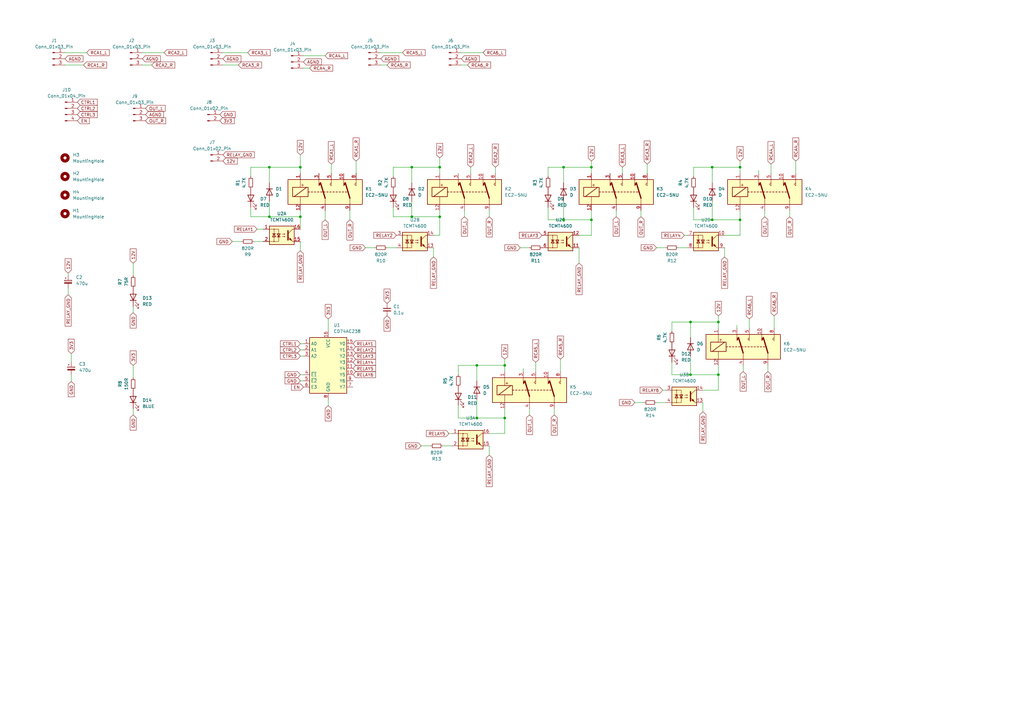
<source format=kicad_sch>
(kicad_sch (version 20231120) (generator "eeschema") (generator_version "8.0")
  (paper "A3")
  (lib_symbols
    (symbol "74xx:CD74AC238"
      (property "Reference" "U" (at -7.62 13.97 0))
      (property "Value" "CD74AC238" (at 2.54 -11.43 0))
      (symbol "CD74AC238_1_1"
        (pin input line (at -10.16 10.16 0) (length 2.54) (name "A0") (number "1"))
        (pin output line (at 10.16 -2.54 180) (length 2.54) (name "Y5") (number "10"))
        (pin output line (at 10.16 0 180) (length 2.54) (name "Y4") (number "11"))
        (pin output line (at 10.16 2.54 180) (length 2.54) (name "Y3") (number "12"))
        (pin output line (at 10.16 5.08 180) (length 2.54) (name "Y2") (number "13"))
        (pin output line (at 10.16 7.62 180) (length 2.54) (name "Y1") (number "14"))
        (pin output line (at 10.16 10.16 180) (length 2.54) (name "Y0") (number "15"))
        (pin power_in line (at 0 15.24 270) (length 2.54) (name "VCC") (number "16"))
        (pin input line (at -10.16 7.62 0) (length 2.54) (name "A1") (number "2"))
        (pin input line (at -10.16 5.08 0) (length 2.54) (name "A2") (number "3"))
        (pin input line (at -10.16 -2.54 0) (length 2.54) (name "~{E1}") (number "4"))
        (pin input line (at -10.16 -5.08 0) (length 2.54) (name "~{E2}") (number "5"))
        (pin input line (at -10.16 -7.62 0) (length 2.54) (name "E3") (number "6"))
        (pin output line (at 10.16 -7.62 180) (length 2.54) (name "Y7") (number "7"))
        (pin power_in line (at 0 -12.7 90) (length 2.54) (name "GND") (number "8"))
        (pin output line (at 10.16 -5.08 180) (length 2.54) (name "Y6") (number "9"))
      )
    )
    (symbol "Connector:Conn_01x02_Pin" (pin_names (offset 1.016) hide)
      (property "Reference" "J" (at 0 2.54 0))
      (property "Value" "Conn_01x02_Pin" (at 0 -5.08 0))
      (symbol "Conn_01x02_Pin_1_1"
        (pin passive line (at 5.08 0 180) (length 3.81) (name "Pin_1") (number "1"))
        (pin passive line (at 5.08 -2.54 180) (length 3.81) (name "Pin_2") (number "2"))
      )
    )
    (symbol "Connector:Conn_01x03_Pin" (pin_names (offset 1.016) hide)
      (property "Reference" "J" (at 0 5.08 0))
      (property "Value" "Conn_01x03_Pin" (at 0 -5.08 0))
      (symbol "Conn_01x03_Pin_1_1"
        (pin passive line (at 5.08 2.54 180) (length 3.81) (name "Pin_1") (number "1"))
        (pin passive line (at 5.08 0 180) (length 3.81) (name "Pin_2") (number "2"))
        (pin passive line (at 5.08 -2.54 180) (length 3.81) (name "Pin_3") (number "3"))
      )
    )
    (symbol "Connector:Conn_01x04_Pin" (pin_names (offset 1.016) hide)
      (property "Reference" "J" (at 0 5.08 0))
      (property "Value" "Conn_01x04_Pin" (at 0 -7.62 0))
      (symbol "Conn_01x04_Pin_1_1"
        (pin passive line (at 5.08 2.54 180) (length 3.81) (name "Pin_1") (number "1"))
        (pin passive line (at 5.08 0 180) (length 3.81) (name "Pin_2") (number "2"))
        (pin passive line (at 5.08 -2.54 180) (length 3.81) (name "Pin_3") (number "3"))
        (pin passive line (at 5.08 -5.08 180) (length 3.81) (name "Pin_4") (number "4"))
      )
    )
    (symbol "Device:C_Polarized_Small" (pin_numbers hide) (pin_names (offset 0.254) hide)
      (property "Reference" "C" (at 0.254 1.778 0))
      (property "Value" "C_Polarized_Small" (at 0.254 -2.032 0))
      (symbol "C_Polarized_Small_1_1"
        (pin passive line (at 0 2.54 270) (length 1.8542) (name "~") (number "1"))
        (pin passive line (at 0 -2.54 90) (length 1.8542) (name "~") (number "2"))
      )
    )
    (symbol "Device:C_Small" (pin_numbers hide) (pin_names (offset 0.254) hide)
      (property "Reference" "C" (at 0.254 1.778 0))
      (property "Value" "C_Small" (at 0.254 -2.032 0))
      (symbol "C_Small_1_1"
        (pin passive line (at 0 2.54 270) (length 2.032) (name "~") (number "1"))
        (pin passive line (at 0 -2.54 90) (length 2.032) (name "~") (number "2"))
      )
    )
    (symbol "Device:D" (pin_numbers hide) (pin_names (offset 1.016) hide)
      (property "Reference" "D" (at 0 2.54 0))
      (property "Value" "D" (at 0 -2.54 0))
      (symbol "D_1_1"
        (pin passive line (at -3.81 0 0) (length 2.54) (name "K") (number "1"))
        (pin passive line (at 3.81 0 180) (length 2.54) (name "A") (number "2"))
      )
    )
    (symbol "Device:LED" (pin_numbers hide) (pin_names (offset 1.016) hide)
      (property "Reference" "D" (at 0 2.54 0))
      (property "Value" "LED" (at 0 -2.54 0))
      (symbol "LED_1_1"
        (pin passive line (at -3.81 0 0) (length 2.54) (name "K") (number "1"))
        (pin passive line (at 3.81 0 180) (length 2.54) (name "A") (number "2"))
      )
    )
    (symbol "Device:R_Small" (pin_numbers hide) (pin_names (offset 0.254) hide)
      (property "Reference" "R" (at 0.762 0.508 0))
      (property "Value" "R_Small" (at 0.762 -1.016 0))
      (symbol "R_Small_1_1"
        (pin passive line (at 0 2.54 270) (length 0.762) (name "~") (number "1"))
        (pin passive line (at 0 -2.54 90) (length 0.762) (name "~") (number "2"))
      )
    )
    (symbol "Isolator:TCMT4600" (pin_names (offset 1.016))
      (property "Reference" "U" (at -5.08 5.08 0))
      (property "Value" "TCMT4600" (at 0 5.08 0))
      (symbol "TCMT4600_1_1"
        (pin passive line (at -7.62 2.54 0) (length 2.54) (name "~") (number "1"))
        (pin passive line (at 7.62 -2.54 180) (length 2.54) (name "~") (number "15"))
        (pin passive line (at 7.62 2.54 180) (length 2.54) (name "~") (number "16"))
        (pin passive line (at -7.62 -2.54 0) (length 2.54) (name "~") (number "2"))
      )
      (symbol "TCMT4600_2_1"
        (pin passive line (at 7.62 -2.54 180) (length 2.54) (name "~") (number "13"))
        (pin passive line (at 7.62 2.54 180) (length 2.54) (name "~") (number "14"))
        (pin passive line (at -7.62 2.54 0) (length 2.54) (name "~") (number "3"))
        (pin passive line (at -7.62 -2.54 0) (length 2.54) (name "~") (number "4"))
      )
      (symbol "TCMT4600_3_1"
        (pin passive line (at 7.62 -2.54 180) (length 2.54) (name "~") (number "11"))
        (pin passive line (at 7.62 2.54 180) (length 2.54) (name "~") (number "12"))
        (pin passive line (at -7.62 2.54 0) (length 2.54) (name "~") (number "5"))
        (pin passive line (at -7.62 -2.54 0) (length 2.54) (name "~") (number "6"))
      )
      (symbol "TCMT4600_4_1"
        (pin passive line (at 7.62 2.54 180) (length 2.54) (name "~") (number "10"))
        (pin passive line (at -7.62 2.54 0) (length 2.54) (name "~") (number "7"))
        (pin passive line (at -7.62 -2.54 0) (length 2.54) (name "~") (number "8"))
        (pin passive line (at 7.62 -2.54 180) (length 2.54) (name "~") (number "9"))
      )
    )
    (symbol "Mechanical:MountingHole" (pin_names (offset 1.016))
      (property "Reference" "H" (at 0 5.08 0))
      (property "Value" "MountingHole" (at 0 3.175 0))
    )
    (symbol "Relay:EC2-5NU"
      (property "Reference" "K" (at 15.24 8.89 0))
      (property "Value" "EC2-5NU" (at 19.05 6.35 0))
      (symbol "EC2-5NU_1_1"
        (text "+" (at -9.271 2.921 0) (effects (font (size 1.27 1.27))))
        (pin passive line (at -10.16 7.62 270) (length 2.54) (name "~") (number "1"))
        (pin passive line (at 7.62 7.62 270) (length 2.54) (name "~") (number "10"))
        (pin passive line (at -10.16 -7.62 90) (length 2.54) (name "~") (number "12"))
        (pin passive line (at -2.54 7.62 270) (length 2.54) (name "~") (number "3"))
        (pin passive line (at 0 -7.62 90) (length 2.54) (name "~") (number "4"))
        (pin passive line (at 2.54 7.62 270) (length 2.54) (name "~") (number "5"))
        (pin passive line (at 12.7 7.62 270) (length 2.54) (name "~") (number "8"))
        (pin passive line (at 10.16 -7.62 90) (length 2.54) (name "~") (number "9"))
      )
    )
  )
  (junction (at 123.19 68.58))
  (junction (at 195.58 171.45))
  (junction (at 283.21 132.08))
  (junction (at 180.34 68.58))
  (junction (at 303.53 90.17))
  (junction (at 168.91 88.9))
  (junction (at 231.14 68.58))
  (junction (at 168.91 68.58))
  (junction (at 242.57 90.17))
  (junction (at 303.53 68.58))
  (junction (at 292.1 90.17))
  (junction (at 292.1 68.58))
  (junction (at 180.34 88.9))
  (junction (at 294.64 153.67))
  (junction (at 283.21 153.67))
  (junction (at 242.57 68.58))
  (junction (at 195.58 149.86))
  (junction (at 123.19 88.9))
  (junction (at 294.64 132.08))
  (junction (at 207.01 171.45))
  (junction (at 110.49 88.9))
  (junction (at 231.14 90.17))
  (junction (at 207.01 149.86))
  (junction (at 110.49 68.58))
  (wire (pts (xy 124.46 27.94) (xy 127 27.94)))
  (wire (pts (xy 207.01 167.64) (xy 207.01 171.45)))
  (wire (pts (xy 102.87 85.09) (xy 102.87 88.9)))
  (wire (pts (xy 168.91 82.55) (xy 168.91 88.9)))
  (wire (pts (xy 123.19 146.05) (xy 124.46 146.05)))
  (wire (pts (xy 237.49 107.95) (xy 237.49 101.6)))
  (wire (pts (xy 314.96 152.4) (xy 314.96 149.86)))
  (wire (pts (xy 200.66 186.69) (xy 200.66 182.88)))
  (wire (pts (xy 217.17 170.18) (xy 217.17 167.64)))
  (wire (pts (xy 180.34 88.9) (xy 180.34 96.52)))
  (wire (pts (xy 156.21 26.67) (xy 158.75 26.67)))
  (wire (pts (xy 123.19 86.36) (xy 123.19 88.9)))
  (wire (pts (xy 110.49 82.55) (xy 110.49 88.9)))
  (wire (pts (xy 311.15 69.85) (xy 311.15 71.12)))
  (wire (pts (xy 294.64 129.54) (xy 294.64 132.08)))
  (wire (pts (xy 316.23 67.31) (xy 316.23 71.12)))
  (wire (pts (xy 195.58 171.45) (xy 207.01 171.45)))
  (wire (pts (xy 207.01 147.32) (xy 207.01 149.86)))
  (wire (pts (xy 195.58 171.45) (xy 187.96 171.45)))
  (wire (pts (xy 278.13 101.6) (xy 281.94 101.6)))
  (wire (pts (xy 303.53 68.58) (xy 303.53 71.12)))
  (wire (pts (xy 172.72 182.88) (xy 176.53 182.88)))
  (wire (pts (xy 269.24 165.1) (xy 273.05 165.1)))
  (wire (pts (xy 294.64 153.67) (xy 294.64 160.02)))
  (wire (pts (xy 229.87 147.32) (xy 229.87 152.4)))
  (wire (pts (xy 27.94 112.014) (xy 27.94 113.03)))
  (wire (pts (xy 181.61 182.88) (xy 185.42 182.88)))
  (wire (pts (xy 292.1 90.17) (xy 284.48 90.17)))
  (wire (pts (xy 214.63 151.13) (xy 214.63 152.4)))
  (wire (pts (xy 227.33 170.18) (xy 227.33 167.64)))
  (wire (pts (xy 161.29 85.09) (xy 161.29 88.9)))
  (wire (pts (xy 283.21 132.08) (xy 283.21 138.43)))
  (wire (pts (xy 149.86 101.6) (xy 153.67 101.6)))
  (wire (pts (xy 271.78 160.02) (xy 273.05 160.02)))
  (wire (pts (xy 224.79 90.17) (xy 231.14 90.17)))
  (wire (pts (xy 29.21 156.464) (xy 29.21 153.67)))
  (wire (pts (xy 54.61 170.18) (xy 54.61 167.64)))
  (wire (pts (xy 260.35 165.1) (xy 264.16 165.1)))
  (wire (pts (xy 91.44 26.67) (xy 97.79 26.67)))
  (wire (pts (xy 143.51 90.17) (xy 143.51 86.36)))
  (wire (pts (xy 195.58 149.86) (xy 187.96 149.86)))
  (wire (pts (xy 224.79 68.58) (xy 224.79 72.39)))
  (wire (pts (xy 110.49 88.9) (xy 123.19 88.9)))
  (wire (pts (xy 134.62 130.81) (xy 134.62 135.89)))
  (wire (pts (xy 123.19 102.87) (xy 123.19 99.06)))
  (wire (pts (xy 180.34 96.52) (xy 177.8 96.52)))
  (wire (pts (xy 146.05 66.04) (xy 146.05 71.12)))
  (wire (pts (xy 189.23 26.67) (xy 191.77 26.67)))
  (wire (pts (xy 58.42 21.59) (xy 67.31 21.59)))
  (wire (pts (xy 95.25 99.06) (xy 99.06 99.06)))
  (wire (pts (xy 292.1 68.58) (xy 284.48 68.58)))
  (wire (pts (xy 102.87 68.58) (xy 102.87 72.39)))
  (wire (pts (xy 123.19 63.5) (xy 123.19 68.58)))
  (wire (pts (xy 207.01 149.86) (xy 195.58 149.86)))
  (wire (pts (xy 242.57 68.58) (xy 231.14 68.58)))
  (wire (pts (xy 304.8 152.4) (xy 304.8 149.86)))
  (wire (pts (xy 303.53 96.52) (xy 297.18 96.52)))
  (wire (pts (xy 91.44 21.59) (xy 101.6 21.59)))
  (wire (pts (xy 193.04 68.58) (xy 193.04 71.12)))
  (wire (pts (xy 242.57 68.58) (xy 242.57 71.12)))
  (wire (pts (xy 123.19 88.9) (xy 123.19 93.98)))
  (wire (pts (xy 29.21 145.034) (xy 29.21 148.59)))
  (wire (pts (xy 123.19 153.67) (xy 124.46 153.67)))
  (wire (pts (xy 168.91 68.58) (xy 168.91 74.93)))
  (wire (pts (xy 135.89 67.31) (xy 135.89 71.12)))
  (wire (pts (xy 180.34 64.77) (xy 180.34 68.58)))
  (wire (pts (xy 161.29 68.58) (xy 161.29 72.39)))
  (wire (pts (xy 269.24 101.6) (xy 273.05 101.6)))
  (wire (pts (xy 283.21 153.67) (xy 294.64 153.67)))
  (wire (pts (xy 262.89 88.9) (xy 262.89 86.36)))
  (wire (pts (xy 242.57 96.52) (xy 237.49 96.52)))
  (wire (pts (xy 54.61 149.86) (xy 54.61 154.94)))
  (wire (pts (xy 292.1 82.55) (xy 292.1 90.17)))
  (wire (pts (xy 313.69 88.9) (xy 313.69 86.36)))
  (wire (pts (xy 323.85 88.9) (xy 323.85 86.36)))
  (wire (pts (xy 231.14 82.55) (xy 231.14 90.17)))
  (wire (pts (xy 200.66 88.9) (xy 200.66 86.36)))
  (wire (pts (xy 180.34 68.58) (xy 168.91 68.58)))
  (wire (pts (xy 303.53 68.58) (xy 292.1 68.58)))
  (wire (pts (xy 224.79 85.09) (xy 224.79 90.17)))
  (wire (pts (xy 110.49 68.58) (xy 123.19 68.58)))
  (wire (pts (xy 292.1 68.58) (xy 292.1 74.93)))
  (wire (pts (xy 195.58 149.86) (xy 195.58 156.21)))
  (wire (pts (xy 26.67 21.59) (xy 35.56 21.59)))
  (wire (pts (xy 207.01 171.45) (xy 207.01 177.8)))
  (wire (pts (xy 294.64 132.08) (xy 283.21 132.08)))
  (wire (pts (xy 283.21 146.05) (xy 283.21 153.67)))
  (wire (pts (xy 184.15 177.8) (xy 185.42 177.8)))
  (wire (pts (xy 326.39 66.04) (xy 326.39 71.12)))
  (wire (pts (xy 231.14 68.58) (xy 231.14 74.93)))
  (wire (pts (xy 168.91 88.9) (xy 180.34 88.9)))
  (wire (pts (xy 203.2 68.58) (xy 203.2 71.12)))
  (wire (pts (xy 158.75 101.6) (xy 162.56 101.6)))
  (wire (pts (xy 207.01 149.86) (xy 207.01 152.4)))
  (wire (pts (xy 124.46 22.86) (xy 133.35 22.86)))
  (wire (pts (xy 284.48 85.09) (xy 284.48 90.17)))
  (wire (pts (xy 307.34 130.81) (xy 307.34 134.62)))
  (wire (pts (xy 213.36 101.6) (xy 217.17 101.6)))
  (wire (pts (xy 189.23 21.59) (xy 198.12 21.59)))
  (wire (pts (xy 123.19 140.97) (xy 124.46 140.97)))
  (wire (pts (xy 110.49 68.58) (xy 102.87 68.58)))
  (wire (pts (xy 242.57 90.17) (xy 242.57 96.52)))
  (wire (pts (xy 180.34 86.36) (xy 180.34 88.9)))
  (wire (pts (xy 207.01 177.8) (xy 200.66 177.8)))
  (wire (pts (xy 123.19 143.51) (xy 124.46 143.51)))
  (wire (pts (xy 297.18 105.41) (xy 297.18 101.6)))
  (wire (pts (xy 177.8 105.41) (xy 177.8 101.6)))
  (wire (pts (xy 156.21 21.59) (xy 165.1 21.59)))
  (wire (pts (xy 255.27 68.58) (xy 255.27 71.12)))
  (wire (pts (xy 252.73 88.9) (xy 252.73 86.36)))
  (wire (pts (xy 187.96 166.37) (xy 187.96 171.45)))
  (wire (pts (xy 133.35 90.17) (xy 133.35 86.36)))
  (wire (pts (xy 275.59 148.59) (xy 275.59 153.67)))
  (wire (pts (xy 288.29 168.91) (xy 288.29 165.1)))
  (wire (pts (xy 54.61 128.27) (xy 54.61 125.73)))
  (wire (pts (xy 102.87 88.9) (xy 110.49 88.9)))
  (wire (pts (xy 231.14 68.58) (xy 224.79 68.58)))
  (wire (pts (xy 242.57 86.36) (xy 242.57 90.17)))
  (wire (pts (xy 292.1 90.17) (xy 303.53 90.17)))
  (wire (pts (xy 219.71 148.59) (xy 219.71 152.4)))
  (wire (pts (xy 302.26 133.35) (xy 302.26 134.62)))
  (wire (pts (xy 26.67 26.67) (xy 34.29 26.67)))
  (wire (pts (xy 190.5 88.9) (xy 190.5 86.36)))
  (wire (pts (xy 283.21 132.08) (xy 275.59 132.08)))
  (wire (pts (xy 58.42 26.67) (xy 62.23 26.67)))
  (wire (pts (xy 265.43 67.31) (xy 265.43 71.12)))
  (wire (pts (xy 195.58 163.83) (xy 195.58 171.45)))
  (wire (pts (xy 317.5 129.54) (xy 317.5 134.62)))
  (wire (pts (xy 280.67 96.52) (xy 281.94 96.52)))
  (wire (pts (xy 54.61 107.95) (xy 54.61 113.03)))
  (wire (pts (xy 27.94 120.904) (xy 27.94 118.11)))
  (wire (pts (xy 294.64 132.08) (xy 294.64 134.62)))
  (wire (pts (xy 168.91 68.58) (xy 161.29 68.58)))
  (wire (pts (xy 242.57 66.04) (xy 242.57 68.58)))
  (wire (pts (xy 180.34 68.58) (xy 180.34 71.12)))
  (wire (pts (xy 187.96 149.86) (xy 187.96 153.67)))
  (wire (pts (xy 104.14 99.06) (xy 107.95 99.06)))
  (wire (pts (xy 105.41 93.98) (xy 107.95 93.98)))
  (wire (pts (xy 123.19 156.21) (xy 124.46 156.21)))
  (wire (pts (xy 284.48 68.58) (xy 284.48 72.39)))
  (wire (pts (xy 303.53 66.04) (xy 303.53 68.58)))
  (wire (pts (xy 303.53 90.17) (xy 303.53 96.52)))
  (wire (pts (xy 303.53 86.36) (xy 303.53 90.17)))
  (wire (pts (xy 275.59 132.08) (xy 275.59 135.89)))
  (wire (pts (xy 123.19 68.58) (xy 123.19 71.12)))
  (wire (pts (xy 134.62 166.37) (xy 134.62 163.83)))
  (wire (pts (xy 294.64 149.86) (xy 294.64 153.67)))
  (wire (pts (xy 110.49 74.93) (xy 110.49 68.58)))
  (wire (pts (xy 283.21 153.67) (xy 275.59 153.67)))
  (wire (pts (xy 294.64 160.02) (xy 288.29 160.02)))
  (wire (pts (xy 231.14 90.17) (xy 242.57 90.17)))
  (wire (pts (xy 161.29 88.9) (xy 168.91 88.9)))
  (global_label "OUT_R" (shape input) (at 262.89 88.9 270) (property "Intersheetrefs" "${INTERSHEET_REFS}" (effects (hide yes))))
  (global_label "RELAY5" (shape input) (at 184.15 177.8 180) (property "Intersheetrefs" "${INTERSHEET_REFS}" (effects (hide yes))))
  (global_label "RCA1_L" (shape input) (at 135.89 67.31 90) (property "Intersheetrefs" "${INTERSHEET_REFS}" (effects (hide yes))))
  (global_label "GND" (shape input) (at 149.86 101.6 180) (property "Intersheetrefs" "${INTERSHEET_REFS}" (effects (hide yes))))
  (global_label "RELAY6" (shape input) (at 144.78 153.67 0) (property "Intersheetrefs" "${INTERSHEET_REFS}" (effects (hide yes))))
  (global_label "RELAY_GND" (shape input) (at 200.66 186.69 270) (property "Intersheetrefs" "${INTERSHEET_REFS}" (effects (hide yes))))
  (global_label "GND" (shape input) (at 54.61 128.27 270) (property "Intersheetrefs" "${INTERSHEET_REFS}" (effects (hide yes))))
  (global_label "3V3" (shape input) (at 134.62 130.81 90) (property "Intersheetrefs" "${INTERSHEET_REFS}" (effects (hide yes))))
  (global_label "CTRL2" (shape input) (at 123.19 143.51 180) (property "Intersheetrefs" "${INTERSHEET_REFS}" (effects (hide yes))))
  (global_label "GND" (shape input) (at 123.19 153.67 180) (property "Intersheetrefs" "${INTERSHEET_REFS}" (effects (hide yes))))
  (global_label "RCA2_L" (shape input) (at 67.31 21.59 0) (property "Intersheetrefs" "${INTERSHEET_REFS}" (effects (hide yes))))
  (global_label "GND" (shape input) (at 269.24 101.6 180) (property "Intersheetrefs" "${INTERSHEET_REFS}" (effects (hide yes))))
  (global_label "12V" (shape input) (at 303.53 66.04 90) (property "Intersheetrefs" "${INTERSHEET_REFS}" (effects (hide yes))))
  (global_label "12V" (shape input) (at 91.44 66.04 0) (property "Intersheetrefs" "${INTERSHEET_REFS}" (effects (hide yes))))
  (global_label "GND" (shape input) (at 213.36 101.6 180) (property "Intersheetrefs" "${INTERSHEET_REFS}" (effects (hide yes))))
  (global_label "CTRL3" (shape input) (at 31.75 46.99 0) (property "Intersheetrefs" "${INTERSHEET_REFS}" (effects (hide yes))))
  (global_label "RCA3_R" (shape input) (at 97.79 26.67 0) (property "Intersheetrefs" "${INTERSHEET_REFS}" (effects (hide yes))))
  (global_label "RCA3_L" (shape input) (at 101.6 21.59 0) (property "Intersheetrefs" "${INTERSHEET_REFS}" (effects (hide yes))))
  (global_label "OUT_R" (shape input) (at 59.69 49.53 0) (property "Intersheetrefs" "${INTERSHEET_REFS}" (effects (hide yes))))
  (global_label "RELAY6" (shape input) (at 271.78 160.02 180) (property "Intersheetrefs" "${INTERSHEET_REFS}" (effects (hide yes))))
  (global_label "12V" (shape input) (at 27.94 112.014 90) (property "Intersheetrefs" "${INTERSHEET_REFS}" (effects (hide yes))))
  (global_label "GND" (shape input) (at 29.21 156.464 270) (property "Intersheetrefs" "${INTERSHEET_REFS}" (effects (hide yes))))
  (global_label "RELAY_GND" (shape input) (at 91.44 63.5 0) (property "Intersheetrefs" "${INTERSHEET_REFS}" (effects (hide yes))))
  (global_label "RELAY1" (shape input) (at 105.41 93.98 180) (property "Intersheetrefs" "${INTERSHEET_REFS}" (effects (hide yes))))
  (global_label "RELAY2" (shape input) (at 144.78 143.51 0) (property "Intersheetrefs" "${INTERSHEET_REFS}" (effects (hide yes))))
  (global_label "12V" (shape input) (at 180.34 64.77 90) (property "Intersheetrefs" "${INTERSHEET_REFS}" (effects (hide yes))))
  (global_label "GND" (shape input) (at 134.62 166.37 270) (property "Intersheetrefs" "${INTERSHEET_REFS}" (effects (hide yes))))
  (global_label "OUT_R" (shape input) (at 323.85 88.9 270) (property "Intersheetrefs" "${INTERSHEET_REFS}" (effects (hide yes))))
  (global_label "RELAY_GND" (shape input) (at 27.94 120.904 270) (property "Intersheetrefs" "${INTERSHEET_REFS}" (effects (hide yes))))
  (global_label "12V" (shape input) (at 123.19 63.5 90) (property "Intersheetrefs" "${INTERSHEET_REFS}" (effects (hide yes))))
  (global_label "EN" (shape input) (at 124.46 158.75 180) (property "Intersheetrefs" "${INTERSHEET_REFS}" (effects (hide yes))))
  (global_label "GND" (shape input) (at 95.25 99.06 180) (property "Intersheetrefs" "${INTERSHEET_REFS}" (effects (hide yes))))
  (global_label "12V" (shape input) (at 207.01 147.32 90) (property "Intersheetrefs" "${INTERSHEET_REFS}" (effects (hide yes))))
  (global_label "OUT_R" (shape input) (at 200.66 88.9 270) (property "Intersheetrefs" "${INTERSHEET_REFS}" (effects (hide yes))))
  (global_label "RELAY2" (shape input) (at 162.56 96.52 180) (property "Intersheetrefs" "${INTERSHEET_REFS}" (effects (hide yes))))
  (global_label "RELAY5" (shape input) (at 144.78 151.13 0) (property "Intersheetrefs" "${INTERSHEET_REFS}" (effects (hide yes))))
  (global_label "RCA2_R" (shape input) (at 203.2 68.58 90) (property "Intersheetrefs" "${INTERSHEET_REFS}" (effects (hide yes))))
  (global_label "RCA2_L" (shape input) (at 193.04 68.58 90) (property "Intersheetrefs" "${INTERSHEET_REFS}" (effects (hide yes))))
  (global_label "RCA4_R" (shape input) (at 127 27.94 0) (property "Intersheetrefs" "${INTERSHEET_REFS}" (effects (hide yes))))
  (global_label "RELAY_GND" (shape input) (at 288.29 168.91 270) (property "Intersheetrefs" "${INTERSHEET_REFS}" (effects (hide yes))))
  (global_label "RCA5_L" (shape input) (at 165.1 21.59 0) (property "Intersheetrefs" "${INTERSHEET_REFS}" (effects (hide yes))))
  (global_label "AGND" (shape input) (at 26.67 24.13 0) (property "Intersheetrefs" "${INTERSHEET_REFS}" (effects (hide yes))))
  (global_label "CTRL2" (shape input) (at 31.75 44.45 0) (property "Intersheetrefs" "${INTERSHEET_REFS}" (effects (hide yes))))
  (global_label "RCA6_R" (shape input) (at 191.77 26.67 0) (property "Intersheetrefs" "${INTERSHEET_REFS}" (effects (hide yes))))
  (global_label "OUT_R" (shape input) (at 314.96 152.4 270) (property "Intersheetrefs" "${INTERSHEET_REFS}" (effects (hide yes))))
  (global_label "RCA4_L" (shape input) (at 133.35 22.86 0) (property "Intersheetrefs" "${INTERSHEET_REFS}" (effects (hide yes))))
  (global_label "RCA1_R" (shape input) (at 34.29 26.67 0) (property "Intersheetrefs" "${INTERSHEET_REFS}" (effects (hide yes))))
  (global_label "RELAY4" (shape input) (at 280.67 96.52 180) (property "Intersheetrefs" "${INTERSHEET_REFS}" (effects (hide yes))))
  (global_label "3V3" (shape input) (at 29.21 145.034 90) (property "Intersheetrefs" "${INTERSHEET_REFS}" (effects (hide yes))))
  (global_label "GND" (shape input) (at 123.19 156.21 180) (property "Intersheetrefs" "${INTERSHEET_REFS}" (effects (hide yes))))
  (global_label "AGND" (shape input) (at 124.46 25.4 0) (property "Intersheetrefs" "${INTERSHEET_REFS}" (effects (hide yes))))
  (global_label "GND" (shape input) (at 54.61 170.18 270) (property "Intersheetrefs" "${INTERSHEET_REFS}" (effects (hide yes))))
  (global_label "RELAY_GND" (shape input) (at 237.49 107.95 270) (property "Intersheetrefs" "${INTERSHEET_REFS}" (effects (hide yes))))
  (global_label "RCA1_L" (shape input) (at 35.56 21.59 0) (property "Intersheetrefs" "${INTERSHEET_REFS}" (effects (hide yes))))
  (global_label "AGND" (shape input) (at 58.42 24.13 0) (property "Intersheetrefs" "${INTERSHEET_REFS}" (effects (hide yes))))
  (global_label "RCA5_L" (shape input) (at 219.71 148.59 90) (property "Intersheetrefs" "${INTERSHEET_REFS}" (effects (hide yes))))
  (global_label "GND" (shape input) (at 158.75 129.54 270) (property "Intersheetrefs" "${INTERSHEET_REFS}" (effects (hide yes))))
  (global_label "OUT_L" (shape input) (at 190.5 88.9 270) (property "Intersheetrefs" "${INTERSHEET_REFS}" (effects (hide yes))))
  (global_label "OUT_L" (shape input) (at 304.8 152.4 270) (property "Intersheetrefs" "${INTERSHEET_REFS}" (effects (hide yes))))
  (global_label "RCA6_L" (shape input) (at 198.12 21.59 0) (property "Intersheetrefs" "${INTERSHEET_REFS}" (effects (hide yes))))
  (global_label "RCA6_L" (shape input) (at 307.34 130.81 90) (property "Intersheetrefs" "${INTERSHEET_REFS}" (effects (hide yes))))
  (global_label "OUT_L" (shape input) (at 59.69 44.45 0) (property "Intersheetrefs" "${INTERSHEET_REFS}" (effects (hide yes))))
  (global_label "RCA3_L" (shape input) (at 255.27 68.58 90) (property "Intersheetrefs" "${INTERSHEET_REFS}" (effects (hide yes))))
  (global_label "12V" (shape input) (at 54.61 107.95 90) (property "Intersheetrefs" "${INTERSHEET_REFS}" (effects (hide yes))))
  (global_label "OUT_R" (shape input) (at 143.51 90.17 270) (property "Intersheetrefs" "${INTERSHEET_REFS}" (effects (hide yes))))
  (global_label "OUT_L" (shape input) (at 313.69 88.9 270) (property "Intersheetrefs" "${INTERSHEET_REFS}" (effects (hide yes))))
  (global_label "3V3" (shape input) (at 158.75 124.46 90) (property "Intersheetrefs" "${INTERSHEET_REFS}" (effects (hide yes))))
  (global_label "RCA4_R" (shape input) (at 326.39 66.04 90) (property "Intersheetrefs" "${INTERSHEET_REFS}" (effects (hide yes))))
  (global_label "RCA6_R" (shape input) (at 317.5 129.54 90) (property "Intersheetrefs" "${INTERSHEET_REFS}" (effects (hide yes))))
  (global_label "RELAY4" (shape input) (at 144.78 148.59 0) (property "Intersheetrefs" "${INTERSHEET_REFS}" (effects (hide yes))))
  (global_label "RCA2_R" (shape input) (at 62.23 26.67 0) (property "Intersheetrefs" "${INTERSHEET_REFS}" (effects (hide yes))))
  (global_label "RCA5_R" (shape input) (at 158.75 26.67 0) (property "Intersheetrefs" "${INTERSHEET_REFS}" (effects (hide yes))))
  (global_label "RELAY1" (shape input) (at 144.78 140.97 0) (property "Intersheetrefs" "${INTERSHEET_REFS}" (effects (hide yes))))
  (global_label "EN" (shape input) (at 31.75 49.53 0) (property "Intersheetrefs" "${INTERSHEET_REFS}" (effects (hide yes))))
  (global_label "AGND" (shape input) (at 156.21 24.13 0) (property "Intersheetrefs" "${INTERSHEET_REFS}" (effects (hide yes))))
  (global_label "3V3" (shape input) (at 54.61 149.86 90) (property "Intersheetrefs" "${INTERSHEET_REFS}" (effects (hide yes))))
  (global_label "RCA4_L" (shape input) (at 316.23 67.31 90) (property "Intersheetrefs" "${INTERSHEET_REFS}" (effects (hide yes))))
  (global_label "AGND" (shape input) (at 59.69 46.99 0) (property "Intersheetrefs" "${INTERSHEET_REFS}" (effects (hide yes))))
  (global_label "RCA5_R" (shape input) (at 229.87 147.32 90) (property "Intersheetrefs" "${INTERSHEET_REFS}" (effects (hide yes))))
  (global_label "RCA3_R" (shape input) (at 265.43 67.31 90) (property "Intersheetrefs" "${INTERSHEET_REFS}" (effects (hide yes))))
  (global_label "CTRL3" (shape input) (at 123.19 146.05 180) (property "Intersheetrefs" "${INTERSHEET_REFS}" (effects (hide yes))))
  (global_label "RELAY_GND" (shape input) (at 177.8 105.41 270) (property "Intersheetrefs" "${INTERSHEET_REFS}" (effects (hide yes))))
  (global_label "RELAY_GND" (shape input) (at 297.18 105.41 270) (property "Intersheetrefs" "${INTERSHEET_REFS}" (effects (hide yes))))
  (global_label "3V3" (shape input) (at 90.17 49.53 0) (property "Intersheetrefs" "${INTERSHEET_REFS}" (effects (hide yes))))
  (global_label "OUT_L" (shape input) (at 217.17 170.18 270) (property "Intersheetrefs" "${INTERSHEET_REFS}" (effects (hide yes))))
  (global_label "AGND" (shape input) (at 91.44 24.13 0) (property "Intersheetrefs" "${INTERSHEET_REFS}" (effects (hide yes))))
  (global_label "OUT_L" (shape input) (at 133.35 90.17 270) (property "Intersheetrefs" "${INTERSHEET_REFS}" (effects (hide yes))))
  (global_label "CTRL1" (shape input) (at 31.75 41.91 0) (property "Intersheetrefs" "${INTERSHEET_REFS}" (effects (hide yes))))
  (global_label "GND" (shape input) (at 260.35 165.1 180) (property "Intersheetrefs" "${INTERSHEET_REFS}" (effects (hide yes))))
  (global_label "RELAY3" (shape input) (at 144.78 146.05 0) (property "Intersheetrefs" "${INTERSHEET_REFS}" (effects (hide yes))))
  (global_label "AGND" (shape input) (at 189.23 24.13 0) (property "Intersheetrefs" "${INTERSHEET_REFS}" (effects (hide yes))))
  (global_label "OUT_L" (shape input) (at 252.73 88.9 270) (property "Intersheetrefs" "${INTERSHEET_REFS}" (effects (hide yes))))
  (global_label "GND" (shape input) (at 172.72 182.88 180) (property "Intersheetrefs" "${INTERSHEET_REFS}" (effects (hide yes))))
  (global_label "12V" (shape input) (at 242.57 66.04 90) (property "Intersheetrefs" "${INTERSHEET_REFS}" (effects (hide yes))))
  (global_label "CTRL1" (shape input) (at 123.19 140.97 180) (property "Intersheetrefs" "${INTERSHEET_REFS}" (effects (hide yes))))
  (global_label "GND" (shape input) (at 90.17 46.99 0) (property "Intersheetrefs" "${INTERSHEET_REFS}" (effects (hide yes))))
  (global_label "RELAY3" (shape input) (at 222.25 96.52 180) (property "Intersheetrefs" "${INTERSHEET_REFS}" (effects (hide yes))))
  (global_label "12V" (shape input) (at 294.64 129.54 90) (property "Intersheetrefs" "${INTERSHEET_REFS}" (effects (hide yes))))
  (global_label "OUT_R" (shape input) (at 227.33 170.18 270) (property "Intersheetrefs" "${INTERSHEET_REFS}" (effects (hide yes))))
  (global_label "RELAY_GND" (shape input) (at 123.19 102.87 270) (property "Intersheetrefs" "${INTERSHEET_REFS}" (effects (hide yes))))
  (global_label "RCA1_R" (shape input) (at 146.05 66.04 90) (property "Intersheetrefs" "${INTERSHEET_REFS}" (effects (hide yes))))
  (symbol (lib_id "Relay:EC2-5NU") (at 313.69 78.74 0) (unit 1)
    (property "Reference" "K4" (at 330.2 77.4699 0) (effects (justify left)))
    (property "Value" "EC2-5NU" (at 330.2 80.0099 0) (effects (justify left)))
    (property "Footprint" "Custom:KEMET EA2" (effects (hide yes)))
    (property "Datasheet" "https://content.kemet.com/datasheets/KEM_R7002_EC2_EE2.pdf" (effects (hide yes)))
    (property "Description" "General purpose signal relay, Kemet EC2 Series, DPDT (2 Form C), non-latching, through hole, 60W/125VA, 220VDC/250VAC, 2A, 5V DC coil" (effects (hide yes)))
    (property "Mouser" "80-EA2-12NU " (effects (hide yes)))
  )
  (symbol (lib_id "Device:R_Small") (at 187.96 156.21 180) (unit 1)
    (property "Reference" "R5" (at 182.626 156.21 90))
    (property "Value" "4.7K" (at 185.166 156.21 90))
    (property "Footprint" "Resistor_SMD:R_0603_1608Metric_Pad0.98x0.95mm_HandSolder" (effects (hide yes)))
  )
  (symbol (lib_id "Connector:Conn_01x02_Pin") (at 86.36 63.5 0) (unit 1)
    (property "Reference" "J7" (at 86.995 58.42 0))
    (property "Value" "Conn_01x02_Pin" (at 86.995 60.96 0))
    (property "Footprint" "Connector_JST:JST_PH_B2B-PH-K_1x02_P2.00mm_Vertical" (effects (hide yes)))
    (property "Description" "Generic connector, single row, 01x02, script generated" (effects (hide yes)))
  )
  (symbol (lib_id "Device:R_Small") (at 101.6 99.06 270) (unit 1)
    (property "Reference" "R9" (at 101.6 104.394 90))
    (property "Value" "820R" (at 101.6 101.854 90))
    (property "Footprint" "Resistor_SMD:R_0603_1608Metric_Pad0.98x0.95mm_HandSolder" (effects (hide yes)))
    (property "Mouser" "603-AC0603JR-07820RL" (effects (hide yes)))
  )
  (symbol (lib_id "Relay:EC2-5NU") (at 252.73 78.74 0) (unit 1)
    (property "Reference" "K3" (at 269.24 77.4699 0) (effects (justify left)))
    (property "Value" "EC2-5NU" (at 269.24 80.0099 0) (effects (justify left)))
    (property "Footprint" "Custom:KEMET EA2" (effects (hide yes)))
    (property "Datasheet" "https://content.kemet.com/datasheets/KEM_R7002_EC2_EE2.pdf" (effects (hide yes)))
    (property "Description" "General purpose signal relay, Kemet EC2 Series, DPDT (2 Form C), non-latching, through hole, 60W/125VA, 220VDC/250VAC, 2A, 5V DC coil" (effects (hide yes)))
    (property "Mouser" "80-EA2-12NU " (effects (hide yes)))
  )
  (symbol (lib_id "Relay:EC2-5NU") (at 133.35 78.74 0) (unit 1)
    (property "Reference" "K1" (at 149.86 77.4699 0) (effects (justify left)))
    (property "Value" "EC2-5NU" (at 149.86 80.0099 0) (effects (justify left)))
    (property "Footprint" "Custom:KEMET EA2" (effects (hide yes)))
    (property "Datasheet" "https://content.kemet.com/datasheets/KEM_R7002_EC2_EE2.pdf" (effects (hide yes)))
    (property "Description" "General purpose signal relay, Kemet EC2 Series, DPDT (2 Form C), non-latching, through hole, 60W/125VA, 220VDC/250VAC, 2A, 5V DC coil" (effects (hide yes)))
    (property "Mouser" "80-EA2-12NU " (effects (hide yes)))
  )
  (symbol (lib_id "Device:LED") (at 224.79 81.28 90) (unit 1)
    (property "Reference" "D9" (at 228.6 81.5974 90) (effects (justify right)))
    (property "Value" "RED" (at 228.6 84.1374 90) (effects (justify right)))
    (property "Footprint" "LED_SMD:LED_0603_1608Metric" (effects (hide yes)))
    (property "Description" "Light emitting diode" (effects (hide yes)))
  )
  (symbol (lib_id "Device:LED") (at 102.87 81.28 90) (unit 1)
    (property "Reference" "D7" (at 106.68 81.5974 90) (effects (justify right)))
    (property "Value" "RED" (at 106.68 84.1374 90) (effects (justify right)))
    (property "Footprint" "LED_SMD:LED_0603_1608Metric" (effects (hide yes)))
    (property "Description" "Light emitting diode" (effects (hide yes)))
  )
  (symbol (lib_id "Device:R_Small") (at 102.87 74.93 180) (unit 1)
    (property "Reference" "R1" (at 97.536 74.93 90))
    (property "Value" "4.7K" (at 100.076 74.93 90))
    (property "Footprint" "Resistor_SMD:R_0603_1608Metric_Pad0.98x0.95mm_HandSolder" (effects (hide yes)))
  )
  (symbol (lib_id "Connector:Conn_01x03_Pin") (at 151.13 24.13 0) (unit 1)
    (property "Reference" "J5" (at 151.765 16.637 0))
    (property "Value" "Conn_01x03_Pin" (at 151.765 19.177 0))
    (property "Footprint" "Connector_JST:JST_PH_B3B-PH-K_1x03_P2.00mm_Vertical" (effects (hide yes)))
  )
  (symbol (lib_id "Connector:Conn_01x03_Pin") (at 21.59 24.13 0) (unit 1)
    (property "Reference" "J1" (at 22.225 16.637 0))
    (property "Value" "Conn_01x03_Pin" (at 22.225 19.177 0))
    (property "Footprint" "Connector_JST:JST_PH_B3B-PH-K_1x03_P2.00mm_Vertical" (effects (hide yes)))
  )
  (symbol (lib_id "Device:LED") (at 161.29 81.28 90) (unit 1)
    (property "Reference" "D8" (at 165.1 81.5974 90) (effects (justify right)))
    (property "Value" "RED" (at 165.1 84.1374 90) (effects (justify right)))
    (property "Footprint" "LED_SMD:LED_0603_1608Metric" (effects (hide yes)))
    (property "Description" "Light emitting diode" (effects (hide yes)))
  )
  (symbol (lib_id "Relay:EC2-5NU") (at 190.5 78.74 0) (unit 1)
    (property "Reference" "K2" (at 207.01 77.4699 0) (effects (justify left)))
    (property "Value" "EC2-5NU" (at 207.01 80.0099 0) (effects (justify left)))
    (property "Footprint" "Custom:KEMET EA2" (effects (hide yes)))
    (property "Datasheet" "https://content.kemet.com/datasheets/KEM_R7002_EC2_EE2.pdf" (effects (hide yes)))
    (property "Description" "General purpose signal relay, Kemet EC2 Series, DPDT (2 Form C), non-latching, through hole, 60W/125VA, 220VDC/250VAC, 2A, 5V DC coil" (effects (hide yes)))
    (property "Mouser" "80-EA2-12NU " (effects (hide yes)))
  )
  (symbol (lib_id "Device:LED") (at 187.96 162.56 90) (unit 1)
    (property "Reference" "D11" (at 191.77 162.8774 90) (effects (justify right)))
    (property "Value" "RED" (at 191.77 165.4174 90) (effects (justify right)))
    (property "Footprint" "LED_SMD:LED_0603_1608Metric" (effects (hide yes)))
    (property "Description" "Light emitting diode" (effects (hide yes)))
  )
  (symbol (lib_id "Device:D") (at 110.49 78.74 270) (unit 1)
    (property "Reference" "D1" (at 113.03 77.4699 90) (effects (justify left)))
    (property "Value" "D" (at 113.03 80.0099 90) (effects (justify left)))
    (property "Footprint" "Diode_SMD:D_SMA" (effects (hide yes)))
    (property "Description" "Diode" (effects (hide yes)))
    (property "Sim.Device" "D" (effects (hide yes)))
    (property "Sim.Pins" "1=K 2=A" (effects (hide yes)))
    (property "Mouser" "863-NRVA4005T3G" (effects (hide yes)))
  )
  (symbol (lib_id "Isolator:TCMT4600") (at 280.67 162.56 0) (unit 2)
    (property "Reference" "U3" (at 280.67 153.67 0))
    (property "Value" "TCMT4600" (at 280.67 156.21 0))
    (property "Footprint" "Package_SO:SOP-16_4.55x10.3mm_P1.27mm" (effects (hide yes)))
    (property "Datasheet" "http://www.vishay.com/docs/83512/tcmt1600.pdf" (effects (hide yes)))
    (property "Description" "Quad AC/DC Phototransistor Optocoupler, Vce 70V, CTR 80-300%, SOP16" (effects (hide yes)))
    (property "Mouser" "782-TCMT4600 " (effects (hide yes)))
  )
  (symbol (lib_id "Device:LED") (at 54.61 163.83 90) (unit 1)
    (property "Reference" "D14" (at 58.42 164.1474 90) (effects (justify right)))
    (property "Value" "BLUE" (at 58.42 166.6874 90) (effects (justify right)))
    (property "Footprint" "LED_SMD:LED_0603_1608Metric" (effects (hide yes)))
    (property "Description" "Light emitting diode" (effects (hide yes)))
  )
  (symbol (lib_id "Device:C_Polarized_Small") (at 29.21 151.13 0) (unit 1)
    (property "Reference" "C3" (at 32.385 149.3139 0) (effects (justify left)))
    (property "Value" "470u" (at 32.385 151.8539 0) (effects (justify left)))
    (property "Footprint" "Capacitor_THT:CP_Radial_D6.3mm_P2.50mm" (effects (hide yes)))
  )
  (symbol (lib_id "Mechanical:MountingHole") (at 26.67 80.01 0) (unit 1)
    (property "Reference" "H4" (at 29.845 78.7399 0) (effects (justify left)))
    (property "Value" "MountingHole" (at 29.845 81.2799 0) (effects (justify left)))
    (property "Footprint" "MountingHole:MountingHole_3.2mm_M3_DIN965_Pad_TopOnly" (effects (hide yes)))
  )
  (symbol (lib_id "Device:D") (at 292.1 78.74 270) (unit 1)
    (property "Reference" "D4" (at 294.64 77.4699 90) (effects (justify left)))
    (property "Value" "D" (at 294.64 80.0099 90) (effects (justify left)))
    (property "Footprint" "Diode_SMD:D_SMA" (effects (hide yes)))
    (property "Description" "Diode" (effects (hide yes)))
    (property "Sim.Device" "D" (effects (hide yes)))
    (property "Sim.Pins" "1=K 2=A" (effects (hide yes)))
    (property "Mouser" "863-NRVA4005T3G" (effects (hide yes)))
  )
  (symbol (lib_id "Isolator:TCMT4600") (at 193.04 180.34 0) (unit 1)
    (property "Reference" "U3" (at 193.04 171.45 0))
    (property "Value" "TCMT4600" (at 193.04 173.99 0))
    (property "Footprint" "Package_SO:SOP-16_4.55x10.3mm_P1.27mm" (effects (hide yes)))
    (property "Datasheet" "http://www.vishay.com/docs/83512/tcmt1600.pdf" (effects (hide yes)))
    (property "Description" "Quad AC/DC Phototransistor Optocoupler, Vce 70V, CTR 80-300%, SOP16" (effects (hide yes)))
    (property "Mouser" "782-TCMT4600 " (effects (hide yes)))
  )
  (symbol (lib_id "Device:LED") (at 54.61 121.92 90) (unit 1)
    (property "Reference" "D13" (at 58.42 122.2374 90) (effects (justify right)))
    (property "Value" "RED" (at 58.42 124.7774 90) (effects (justify right)))
    (property "Footprint" "LED_SMD:LED_0603_1608Metric" (effects (hide yes)))
    (property "Description" "Light emitting diode" (effects (hide yes)))
  )
  (symbol (lib_id "Device:LED") (at 275.59 144.78 90) (unit 1)
    (property "Reference" "D12" (at 279.4 145.0974 90) (effects (justify right)))
    (property "Value" "RED" (at 279.4 147.6374 90) (effects (justify right)))
    (property "Footprint" "LED_SMD:LED_0603_1608Metric" (effects (hide yes)))
    (property "Description" "Light emitting diode" (effects (hide yes)))
  )
  (symbol (lib_id "Device:R_Small") (at 284.48 74.93 180) (unit 1)
    (property "Reference" "R4" (at 279.146 74.93 90))
    (property "Value" "4.7K" (at 281.686 74.93 90))
    (property "Footprint" "Resistor_SMD:R_0603_1608Metric_Pad0.98x0.95mm_HandSolder" (effects (hide yes)))
  )
  (symbol (lib_id "Relay:EC2-5NU") (at 217.17 160.02 0) (unit 1)
    (property "Reference" "K5" (at 233.68 158.7499 0) (effects (justify left)))
    (property "Value" "EC2-5NU" (at 233.68 161.2899 0) (effects (justify left)))
    (property "Footprint" "Custom:KEMET EA2" (effects (hide yes)))
    (property "Datasheet" "https://content.kemet.com/datasheets/KEM_R7002_EC2_EE2.pdf" (effects (hide yes)))
    (property "Description" "General purpose signal relay, Kemet EC2 Series, DPDT (2 Form C), non-latching, through hole, 60W/125VA, 220VDC/250VAC, 2A, 5V DC coil" (effects (hide yes)))
    (property "Mouser" "80-EA2-12NU " (effects (hide yes)))
  )
  (symbol (lib_id "Mechanical:MountingHole") (at 26.67 64.77 0) (unit 1)
    (property "Reference" "H3" (at 29.845 63.4999 0) (effects (justify left)))
    (property "Value" "MountingHole" (at 29.845 66.0399 0) (effects (justify left)))
    (property "Footprint" "MountingHole:MountingHole_3.2mm_M3_DIN965_Pad_TopOnly" (effects (hide yes)))
  )
  (symbol (lib_id "Isolator:TCMT4600") (at 289.56 99.06 0) (unit 4)
    (property "Reference" "U2" (at 289.56 90.17 0))
    (property "Value" "TCMT4600" (at 289.56 92.71 0))
    (property "Footprint" "Package_SO:SOP-16_4.55x10.3mm_P1.27mm" (effects (hide yes)))
    (property "Datasheet" "http://www.vishay.com/docs/83512/tcmt1600.pdf" (effects (hide yes)))
    (property "Description" "Quad AC/DC Phototransistor Optocoupler, Vce 70V, CTR 80-300%, SOP16" (effects (hide yes)))
    (property "Mouser" "782-TCMT4600 " (effects (hide yes)))
  )
  (symbol (lib_id "Device:R_Small") (at 275.59 138.43 180) (unit 1)
    (property "Reference" "R6" (at 270.256 138.43 90))
    (property "Value" "4.7K" (at 272.796 138.43 90))
    (property "Footprint" "Resistor_SMD:R_0603_1608Metric_Pad0.98x0.95mm_HandSolder" (effects (hide yes)))
  )
  (symbol (lib_id "Device:R_Small") (at 275.59 101.6 270) (unit 1)
    (property "Reference" "R12" (at 275.59 106.934 90))
    (property "Value" "820R" (at 275.59 104.394 90))
    (property "Footprint" "Resistor_SMD:R_0603_1608Metric_Pad0.98x0.95mm_HandSolder" (effects (hide yes)))
    (property "Mouser" "603-AC0603JR-07820RL" (effects (hide yes)))
  )
  (symbol (lib_id "Connector:Conn_01x04_Pin") (at 26.67 44.45 0) (unit 1)
    (property "Reference" "J10" (at 27.305 36.83 0))
    (property "Value" "Conn_01x04_Pin" (at 27.305 39.37 0))
    (property "Footprint" "Connector_JST:JST_PH_B4B-PH-K_1x04_P2.00mm_Vertical" (effects (hide yes)))
    (property "Description" "Generic connector, single row, 01x04, script generated" (effects (hide yes)))
  )
  (symbol (lib_id "Relay:EC2-5NU") (at 304.8 142.24 0) (unit 1)
    (property "Reference" "K6" (at 321.31 140.9699 0) (effects (justify left)))
    (property "Value" "EC2-5NU" (at 321.31 143.5099 0) (effects (justify left)))
    (property "Footprint" "Custom:KEMET EA2" (effects (hide yes)))
    (property "Datasheet" "https://content.kemet.com/datasheets/KEM_R7002_EC2_EE2.pdf" (effects (hide yes)))
    (property "Description" "General purpose signal relay, Kemet EC2 Series, DPDT (2 Form C), non-latching, through hole, 60W/125VA, 220VDC/250VAC, 2A, 5V DC coil" (effects (hide yes)))
    (property "Mouser" "80-EA2-12NU " (effects (hide yes)))
  )
  (symbol (lib_id "Isolator:TCMT4600") (at 115.57 96.52 0) (unit 1)
    (property "Reference" "U2" (at 115.57 87.63 0))
    (property "Value" "TCMT4600" (at 115.57 90.17 0))
    (property "Footprint" "Package_SO:SOP-16_4.55x10.3mm_P1.27mm" (effects (hide yes)))
    (property "Datasheet" "http://www.vishay.com/docs/83512/tcmt1600.pdf" (effects (hide yes)))
    (property "Description" "Quad AC/DC Phototransistor Optocoupler, Vce 70V, CTR 80-300%, SOP16" (effects (hide yes)))
    (property "Mouser" "782-TCMT4600 " (effects (hide yes)))
  )
  (symbol (lib_id "Device:R_Small") (at 179.07 182.88 270) (unit 1)
    (property "Reference" "R13" (at 179.07 188.214 90))
    (property "Value" "820R" (at 179.07 185.674 90))
    (property "Footprint" "Resistor_SMD:R_0603_1608Metric_Pad0.98x0.95mm_HandSolder" (effects (hide yes)))
    (property "Mouser" "603-AC0603JR-07820RL" (effects (hide yes)))
  )
  (symbol (lib_id "Connector:Conn_01x03_Pin") (at 119.38 25.4 0) (unit 1)
    (property "Reference" "J4" (at 120.015 17.907 0))
    (property "Value" "Conn_01x03_Pin" (at 120.015 20.447 0))
    (property "Footprint" "Connector_JST:JST_PH_B3B-PH-K_1x03_P2.00mm_Vertical" (effects (hide yes)))
  )
  (symbol (lib_id "Connector:Conn_01x03_Pin") (at 53.34 24.13 0) (unit 1)
    (property "Reference" "J2" (at 53.975 16.637 0))
    (property "Value" "Conn_01x03_Pin" (at 53.975 19.177 0))
    (property "Footprint" "Connector_JST:JST_PH_B3B-PH-K_1x03_P2.00mm_Vertical" (effects (hide yes)))
  )
  (symbol (lib_id "Device:R_Small") (at 161.29 74.93 180) (unit 1)
    (property "Reference" "R2" (at 155.956 74.93 90))
    (property "Value" "4.7K" (at 158.496 74.93 90))
    (property "Footprint" "Resistor_SMD:R_0603_1608Metric_Pad0.98x0.95mm_HandSolder" (effects (hide yes)))
  )
  (symbol (lib_id "Device:R_Small") (at 54.61 115.57 180) (unit 1)
    (property "Reference" "R7" (at 49.276 115.57 90))
    (property "Value" "75R" (at 51.816 115.57 90))
    (property "Footprint" "Resistor_SMD:R_0603_1608Metric_Pad0.98x0.95mm_HandSolder" (effects (hide yes)))
  )
  (symbol (lib_id "Connector:Conn_01x03_Pin") (at 86.36 24.13 0) (unit 1)
    (property "Reference" "J3" (at 86.995 16.637 0))
    (property "Value" "Conn_01x03_Pin" (at 86.995 19.177 0))
    (property "Footprint" "Connector_JST:JST_PH_B3B-PH-K_1x03_P2.00mm_Vertical" (effects (hide yes)))
  )
  (symbol (lib_id "Connector:Conn_01x03_Pin") (at 54.61 46.99 0) (unit 1)
    (property "Reference" "J9" (at 55.245 39.497 0))
    (property "Value" "Conn_01x03_Pin" (at 55.245 42.037 0))
    (property "Footprint" "Connector_JST:JST_PH_B3B-PH-K_1x03_P2.00mm_Vertical" (effects (hide yes)))
  )
  (symbol (lib_id "Mechanical:MountingHole") (at 26.67 87.63 0) (unit 1)
    (property "Reference" "H1" (at 29.845 86.3599 0) (effects (justify left)))
    (property "Value" "MountingHole" (at 29.845 88.8999 0) (effects (justify left)))
    (property "Footprint" "MountingHole:MountingHole_3.2mm_M3_DIN965_Pad_TopOnly" (effects (hide yes)))
  )
  (symbol (lib_id "Device:C_Polarized_Small") (at 27.94 115.57 0) (unit 1)
    (property "Reference" "C2" (at 31.115 113.7539 0) (effects (justify left)))
    (property "Value" "470u" (at 31.115 116.2939 0) (effects (justify left)))
    (property "Footprint" "Capacitor_THT:CP_Radial_D6.3mm_P2.50mm" (effects (hide yes)))
  )
  (symbol (lib_id "Isolator:TCMT4600") (at 229.87 99.06 0) (unit 3)
    (property "Reference" "U2" (at 229.87 90.17 0))
    (property "Value" "TCMT4600" (at 229.87 92.71 0))
    (property "Footprint" "Package_SO:SOP-16_4.55x10.3mm_P1.27mm" (effects (hide yes)))
    (property "Datasheet" "http://www.vishay.com/docs/83512/tcmt1600.pdf" (effects (hide yes)))
    (property "Description" "Quad AC/DC Phototransistor Optocoupler, Vce 70V, CTR 80-300%, SOP16" (effects (hide yes)))
    (property "Mouser" "782-TCMT4600 " (effects (hide yes)))
  )
  (symbol (lib_id "Device:D") (at 283.21 142.24 270) (unit 1)
    (property "Reference" "D6" (at 285.75 140.9699 90) (effects (justify left)))
    (property "Value" "D" (at 285.75 143.5099 90) (effects (justify left)))
    (property "Footprint" "Diode_SMD:D_SMA" (effects (hide yes)))
    (property "Description" "Diode" (effects (hide yes)))
    (property "Sim.Device" "D" (effects (hide yes)))
    (property "Sim.Pins" "1=K 2=A" (effects (hide yes)))
    (property "Mouser" "863-NRVA4005T3G" (effects (hide yes)))
  )
  (symbol (lib_id "Device:R_Small") (at 266.7 165.1 270) (unit 1)
    (property "Reference" "R14" (at 266.7 170.434 90))
    (property "Value" "820R" (at 266.7 167.894 90))
    (property "Footprint" "Resistor_SMD:R_0603_1608Metric_Pad0.98x0.95mm_HandSolder" (effects (hide yes)))
    (property "Mouser" "603-AC0603JR-07820RL" (effects (hide yes)))
  )
  (symbol (lib_id "Isolator:TCMT4600") (at 170.18 99.06 0) (unit 2)
    (property "Reference" "U2" (at 170.18 90.17 0))
    (property "Value" "TCMT4600" (at 170.18 92.71 0))
    (property "Footprint" "Package_SO:SOP-16_4.55x10.3mm_P1.27mm" (effects (hide yes)))
    (property "Datasheet" "http://www.vishay.com/docs/83512/tcmt1600.pdf" (effects (hide yes)))
    (property "Description" "Quad AC/DC Phototransistor Optocoupler, Vce 70V, CTR 80-300%, SOP16" (effects (hide yes)))
    (property "Mouser" "782-TCMT4600 " (effects (hide yes)))
  )
  (symbol (lib_id "Connector:Conn_01x03_Pin") (at 184.15 24.13 0) (unit 1)
    (property "Reference" "J6" (at 184.785 16.637 0))
    (property "Value" "Conn_01x03_Pin" (at 184.785 19.177 0))
    (property "Footprint" "Connector_JST:JST_PH_B3B-PH-K_1x03_P2.00mm_Vertical" (effects (hide yes)))
  )
  (symbol (lib_id "Mechanical:MountingHole") (at 26.67 72.39 0) (unit 1)
    (property "Reference" "H2" (at 29.845 71.1199 0) (effects (justify left)))
    (property "Value" "MountingHole" (at 29.845 73.6599 0) (effects (justify left)))
    (property "Footprint" "MountingHole:MountingHole_3.2mm_M3_DIN965_Pad_TopOnly" (effects (hide yes)))
  )
  (symbol (lib_id "Device:R_Small") (at 219.71 101.6 270) (unit 1)
    (property "Reference" "R11" (at 219.71 106.934 90))
    (property "Value" "820R" (at 219.71 104.394 90))
    (property "Footprint" "Resistor_SMD:R_0603_1608Metric_Pad0.98x0.95mm_HandSolder" (effects (hide yes)))
    (property "Mouser" "603-AC0603JR-07820RL" (effects (hide yes)))
  )
  (symbol (lib_id "Device:R_Small") (at 224.79 74.93 180) (unit 1)
    (property "Reference" "R3" (at 219.456 74.93 90))
    (property "Value" "4.7K" (at 221.996 74.93 90))
    (property "Footprint" "Resistor_SMD:R_0603_1608Metric_Pad0.98x0.95mm_HandSolder" (effects (hide yes)))
  )
  (symbol (lib_id "Device:R_Small") (at 54.61 157.48 180) (unit 1)
    (property "Reference" "R8" (at 49.276 157.48 90))
    (property "Value" "150R" (at 51.816 157.48 90))
    (property "Footprint" "Resistor_SMD:R_0603_1608Metric_Pad0.98x0.95mm_HandSolder" (effects (hide yes)))
  )
  (symbol (lib_id "Device:D") (at 195.58 160.02 270) (unit 1)
    (property "Reference" "D5" (at 198.12 158.7499 90) (effects (justify left)))
    (property "Value" "D" (at 198.12 161.2899 90) (effects (justify left)))
    (property "Footprint" "Diode_SMD:D_SMA" (effects (hide yes)))
    (property "Description" "Diode" (effects (hide yes)))
    (property "Sim.Device" "D" (effects (hide yes)))
    (property "Sim.Pins" "1=K 2=A" (effects (hide yes)))
    (property "Mouser" "863-NRVA4005T3G" (effects (hide yes)))
  )
  (symbol (lib_id "Device:R_Small") (at 156.21 101.6 270) (unit 1)
    (property "Reference" "R10" (at 156.21 106.934 90))
    (property "Value" "820R" (at 156.21 104.394 90))
    (property "Footprint" "Resistor_SMD:R_0603_1608Metric_Pad0.98x0.95mm_HandSolder" (effects (hide yes)))
    (property "Mouser" "603-AC0603JR-07820RL" (effects (hide yes)))
  )
  (symbol (lib_id "Device:LED") (at 284.48 81.28 90) (unit 1)
    (property "Reference" "D10" (at 288.29 81.5974 90) (effects (justify right)))
    (property "Value" "RED" (at 288.29 84.1374 90) (effects (justify right)))
    (property "Footprint" "LED_SMD:LED_0603_1608Metric" (effects (hide yes)))
    (property "Description" "Light emitting diode" (effects (hide yes)))
  )
  (symbol (lib_id "Device:D") (at 168.91 78.74 270) (unit 1)
    (property "Reference" "D2" (at 171.45 77.4699 90) (effects (justify left)))
    (property "Value" "D" (at 171.45 80.0099 90) (effects (justify left)))
    (property "Footprint" "Diode_SMD:D_SMA" (effects (hide yes)))
    (property "Description" "Diode" (effects (hide yes)))
    (property "Sim.Device" "D" (effects (hide yes)))
    (property "Sim.Pins" "1=K 2=A" (effects (hide yes)))
    (property "Mouser" "863-NRVA4005T3G" (effects (hide yes)))
  )
  (symbol (lib_id "Device:D") (at 231.14 78.74 270) (unit 1)
    (property "Reference" "D3" (at 233.68 77.4699 90) (effects (justify left)))
    (property "Value" "D" (at 233.68 80.0099 90) (effects (justify left)))
    (property "Footprint" "Diode_SMD:D_SMA" (effects (hide yes)))
    (property "Description" "Diode" (effects (hide yes)))
    (property "Sim.Device" "D" (effects (hide yes)))
    (property "Sim.Pins" "1=K 2=A" (effects (hide yes)))
    (property "Mouser" "863-NRVA4005T3G" (effects (hide yes)))
  )
  (symbol (lib_id "Device:C_Small") (at 158.75 127 0) (unit 1)
    (property "Reference" "C1" (at 161.29 125.7362 0) (effects (justify left)))
    (property "Value" "0.1u" (at 161.29 128.2762 0) (effects (justify left)))
    (property "Footprint" "Capacitor_SMD:C_0603_1608Metric" (effects (hide yes)))
    (property "Description" "Unpolarized capacitor, small symbol" (effects (hide yes)))
  )
  (symbol (lib_id "74xx:CD74AC238") (at 134.62 151.13 0) (unit 1)
    (property "Reference" "U1" (at 136.8141 133.35 0) (effects (justify left)))
    (property "Value" "CD74AC238" (at 136.8141 135.89 0) (effects (justify left)))
    (property "Footprint" "Package_SO:TSSOP-16_4.4x5mm_P0.65mm" (effects (hide yes)))
    (property "Datasheet" "https://www.ti.com/lit/ds/symlink/cd74ac238.pdf" (effects (hide yes)))
    (property "Description" "3-to-8 line decoder/multiplexer, SOIC-16" (effects (hide yes)))
    (property "Mouser" "512-74AC138MTCX " (effects (hide yes)))
  )
  (symbol (lib_id "Connector:Conn_01x02_Pin") (at 85.09 46.99 0) (unit 1)
    (property "Reference" "J8" (at 85.725 41.91 0))
    (property "Value" "Conn_01x02_Pin" (at 85.725 44.45 0))
    (property "Footprint" "Connector_JST:JST_PH_B2B-PH-K_1x02_P2.00mm_Vertical" (effects (hide yes)))
    (property "Description" "Generic connector, single row, 01x02, script generated" (effects (hide yes)))
  )
)
</source>
